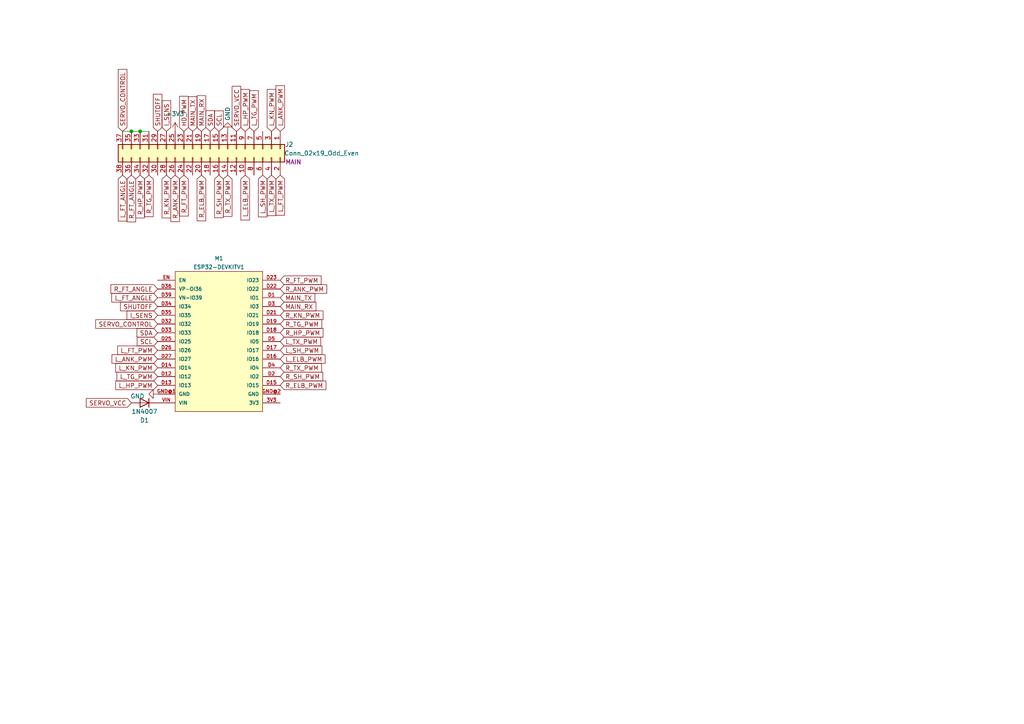
<source format=kicad_sch>
(kicad_sch (version 20230121) (generator eeschema)
  (paper "A4")
  (lib_symbols
    (symbol "Ben_modules:ESP32-DEVKITV1" (pin_names (offset 1.016))
      (property "Reference" "M" (at -7.62 22.86 0))
      (property "Value" "ESP32-DEVKITV1" (at -12.7 20.955 0))
      (symbol "ESP32-DEVKITV1_1_1"
        (rectangle (start -17.78 20.32) (end 7.62 -20.32) (fill (type background)))
        (pin bidirectional line (at 12.7 -17.78 180) (length 5.08) (name "3V3") (number "3V3"))
        (pin bidirectional line (at 12.7 12.7 180) (length 5.08) (name "IO1") (number "D1"))
        (pin bidirectional line (at -22.86 -10.16 0) (length 5.08) (name "IO12") (number "D12"))
        (pin bidirectional line (at -22.86 -12.7 0) (length 5.08) (name "IO13") (number "D13"))
        (pin bidirectional line (at -22.86 -7.62 0) (length 5.08) (name "IO14") (number "D14"))
        (pin bidirectional line (at 12.7 -12.7 180) (length 5.08) (name "IO15") (number "D15"))
        (pin bidirectional line (at 12.7 -5.08 180) (length 5.08) (name "IO16") (number "D16"))
        (pin bidirectional line (at 12.7 -2.54 180) (length 5.08) (name "IO17") (number "D17"))
        (pin bidirectional line (at 12.7 2.54 180) (length 5.08) (name "IO18") (number "D18"))
        (pin bidirectional line (at 12.7 5.08 180) (length 5.08) (name "IO19") (number "D19"))
        (pin bidirectional line (at 12.7 -10.16 180) (length 5.08) (name "IO2") (number "D2"))
        (pin bidirectional line (at 12.7 7.62 180) (length 5.08) (name "IO21") (number "D21"))
        (pin bidirectional line (at 12.7 15.24 180) (length 5.08) (name "IO22") (number "D22"))
        (pin bidirectional line (at 12.7 17.78 180) (length 5.08) (name "IO23") (number "D23"))
        (pin bidirectional line (at -22.86 0 0) (length 5.08) (name "IO25") (number "D25"))
        (pin bidirectional line (at -22.86 -2.54 0) (length 5.08) (name "IO26") (number "D26"))
        (pin bidirectional line (at -22.86 -5.08 0) (length 5.08) (name "IO27") (number "D27"))
        (pin bidirectional line (at 12.7 10.16 180) (length 5.08) (name "IO3") (number "D3"))
        (pin bidirectional line (at -22.86 5.08 0) (length 5.08) (name "IO32") (number "D32"))
        (pin bidirectional line (at -22.86 2.54 0) (length 5.08) (name "IO33") (number "D33"))
        (pin bidirectional line (at -22.86 10.16 0) (length 5.08) (name "IO34") (number "D34"))
        (pin bidirectional line (at -22.86 7.62 0) (length 5.08) (name "IO35") (number "D35"))
        (pin bidirectional line (at -22.86 15.24 0) (length 5.08) (name "VP-OI36") (number "D36"))
        (pin bidirectional line (at -22.86 12.7 0) (length 5.08) (name "VN-IO39") (number "D39"))
        (pin bidirectional line (at 12.7 -7.62 180) (length 5.08) (name "IO4") (number "D4"))
        (pin bidirectional line (at 12.7 0 180) (length 5.08) (name "IO5") (number "D5"))
        (pin bidirectional line (at -22.86 17.78 0) (length 5.08) (name "EN") (number "EN"))
        (pin bidirectional line (at -22.86 -15.24 0) (length 5.08) (name "GND") (number "GND@1"))
        (pin bidirectional line (at 12.7 -15.24 180) (length 5.08) (name "GND") (number "GND@2"))
        (pin bidirectional line (at -22.86 -17.78 0) (length 5.08) (name "VIN") (number "VIN"))
      )
    )
    (symbol "Connector_Generic:Conn_02x19_Odd_Even" (pin_names (offset 1.016) hide)
      (property "Reference" "J" (at 1.27 25.4 0))
      (property "Value" "Conn_02x19_Odd_Even" (at 1.27 -25.4 0))
      (symbol "Conn_02x19_Odd_Even_1_1"
        (rectangle (start -1.27 -22.733) (end 0 -22.987) (stroke (width 0.1524)))
        (rectangle (start -1.27 -20.193) (end 0 -20.447) (stroke (width 0.1524)))
        (rectangle (start -1.27 -17.653) (end 0 -17.907) (stroke (width 0.1524)))
        (rectangle (start -1.27 -15.113) (end 0 -15.367) (stroke (width 0.1524)))
        (rectangle (start -1.27 -12.573) (end 0 -12.827) (stroke (width 0.1524)))
        (rectangle (start -1.27 -10.033) (end 0 -10.287) (stroke (width 0.1524)))
        (rectangle (start -1.27 -7.493) (end 0 -7.747) (stroke (width 0.1524)))
        (rectangle (start -1.27 -4.953) (end 0 -5.207) (stroke (width 0.1524)))
        (rectangle (start -1.27 -2.413) (end 0 -2.667) (stroke (width 0.1524)))
        (rectangle (start -1.27 0.127) (end 0 -0.127) (stroke (width 0.1524)))
        (rectangle (start -1.27 2.667) (end 0 2.413) (stroke (width 0.1524)))
        (rectangle (start -1.27 5.207) (end 0 4.953) (stroke (width 0.1524)))
        (rectangle (start -1.27 7.747) (end 0 7.493) (stroke (width 0.1524)))
        (rectangle (start -1.27 10.287) (end 0 10.033) (stroke (width 0.1524)))
        (rectangle (start -1.27 12.827) (end 0 12.573) (stroke (width 0.1524)))
        (rectangle (start -1.27 15.367) (end 0 15.113) (stroke (width 0.1524)))
        (rectangle (start -1.27 17.907) (end 0 17.653) (stroke (width 0.1524)))
        (rectangle (start -1.27 20.447) (end 0 20.193) (stroke (width 0.1524)))
        (rectangle (start -1.27 22.987) (end 0 22.733) (stroke (width 0.1524)))
        (rectangle (start -1.27 24.13) (end 3.81 -24.13) (stroke (width 0.254)) (fill (type background)))
        (rectangle (start 3.81 -22.733) (end 2.54 -22.987) (stroke (width 0.1524)))
        (rectangle (start 3.81 -20.193) (end 2.54 -20.447) (stroke (width 0.1524)))
        (rectangle (start 3.81 -17.653) (end 2.54 -17.907) (stroke (width 0.1524)))
        (rectangle (start 3.81 -15.113) (end 2.54 -15.367) (stroke (width 0.1524)))
        (rectangle (start 3.81 -12.573) (end 2.54 -12.827) (stroke (width 0.1524)))
        (rectangle (start 3.81 -10.033) (end 2.54 -10.287) (stroke (width 0.1524)))
        (rectangle (start 3.81 -7.493) (end 2.54 -7.747) (stroke (width 0.1524)))
        (rectangle (start 3.81 -4.953) (end 2.54 -5.207) (stroke (width 0.1524)))
        (rectangle (start 3.81 -2.413) (end 2.54 -2.667) (stroke (width 0.1524)))
        (rectangle (start 3.81 0.127) (end 2.54 -0.127) (stroke (width 0.1524)))
        (rectangle (start 3.81 2.667) (end 2.54 2.413) (stroke (width 0.1524)))
        (rectangle (start 3.81 5.207) (end 2.54 4.953) (stroke (width 0.1524)))
        (rectangle (start 3.81 7.747) (end 2.54 7.493) (stroke (width 0.1524)))
        (rectangle (start 3.81 10.287) (end 2.54 10.033) (stroke (width 0.1524)))
        (rectangle (start 3.81 12.827) (end 2.54 12.573) (stroke (width 0.1524)))
        (rectangle (start 3.81 15.367) (end 2.54 15.113) (stroke (width 0.1524)))
        (rectangle (start 3.81 17.907) (end 2.54 17.653) (stroke (width 0.1524)))
        (rectangle (start 3.81 20.447) (end 2.54 20.193) (stroke (width 0.1524)))
        (rectangle (start 3.81 22.987) (end 2.54 22.733) (stroke (width 0.1524)))
        (pin passive line (at -5.08 22.86 0) (length 3.81) (name "Pin_1") (number "1"))
        (pin passive line (at 7.62 12.7 180) (length 3.81) (name "Pin_10") (number "10"))
        (pin passive line (at -5.08 10.16 0) (length 3.81) (name "Pin_11") (number "11"))
        (pin passive line (at 7.62 10.16 180) (length 3.81) (name "Pin_12") (number "12"))
        (pin passive line (at -5.08 7.62 0) (length 3.81) (name "Pin_13") (number "13"))
        (pin passive line (at 7.62 7.62 180) (length 3.81) (name "Pin_14") (number "14"))
        (pin passive line (at -5.08 5.08 0) (length 3.81) (name "Pin_15") (number "15"))
        (pin passive line (at 7.62 5.08 180) (length 3.81) (name "Pin_16") (number "16"))
        (pin passive line (at -5.08 2.54 0) (length 3.81) (name "Pin_17") (number "17"))
        (pin passive line (at 7.62 2.54 180) (length 3.81) (name "Pin_18") (number "18"))
        (pin passive line (at -5.08 0 0) (length 3.81) (name "Pin_19") (number "19"))
        (pin passive line (at 7.62 22.86 180) (length 3.81) (name "Pin_2") (number "2"))
        (pin passive line (at 7.62 0 180) (length 3.81) (name "Pin_20") (number "20"))
        (pin passive line (at -5.08 -2.54 0) (length 3.81) (name "Pin_21") (number "21"))
        (pin passive line (at 7.62 -2.54 180) (length 3.81) (name "Pin_22") (number "22"))
        (pin passive line (at -5.08 -5.08 0) (length 3.81) (name "Pin_23") (number "23"))
        (pin passive line (at 7.62 -5.08 180) (length 3.81) (name "Pin_24") (number "24"))
        (pin passive line (at -5.08 -7.62 0) (length 3.81) (name "Pin_25") (number "25"))
        (pin passive line (at 7.62 -7.62 180) (length 3.81) (name "Pin_26") (number "26"))
        (pin passive line (at -5.08 -10.16 0) (length 3.81) (name "Pin_27") (number "27"))
        (pin passive line (at 7.62 -10.16 180) (length 3.81) (name "Pin_28") (number "28"))
        (pin passive line (at -5.08 -12.7 0) (length 3.81) (name "Pin_29") (number "29"))
        (pin passive line (at -5.08 20.32 0) (length 3.81) (name "Pin_3") (number "3"))
        (pin passive line (at 7.62 -12.7 180) (length 3.81) (name "Pin_30") (number "30"))
        (pin passive line (at -5.08 -15.24 0) (length 3.81) (name "Pin_31") (number "31"))
        (pin passive line (at 7.62 -15.24 180) (length 3.81) (name "Pin_32") (number "32"))
        (pin passive line (at -5.08 -17.78 0) (length 3.81) (name "Pin_33") (number "33"))
        (pin passive line (at 7.62 -17.78 180) (length 3.81) (name "Pin_34") (number "34"))
        (pin passive line (at -5.08 -20.32 0) (length 3.81) (name "Pin_35") (number "35"))
        (pin passive line (at 7.62 -20.32 180) (length 3.81) (name "Pin_36") (number "36"))
        (pin passive line (at -5.08 -22.86 0) (length 3.81) (name "Pin_37") (number "37"))
        (pin passive line (at 7.62 -22.86 180) (length 3.81) (name "Pin_38") (number "38"))
        (pin passive line (at 7.62 20.32 180) (length 3.81) (name "Pin_4") (number "4"))
        (pin passive line (at -5.08 17.78 0) (length 3.81) (name "Pin_5") (number "5"))
        (pin passive line (at 7.62 17.78 180) (length 3.81) (name "Pin_6") (number "6"))
        (pin passive line (at -5.08 15.24 0) (length 3.81) (name "Pin_7") (number "7"))
        (pin passive line (at 7.62 15.24 180) (length 3.81) (name "Pin_8") (number "8"))
        (pin passive line (at -5.08 12.7 0) (length 3.81) (name "Pin_9") (number "9"))
      )
    )
    (symbol "Diode:1N4007" (pin_numbers hide) (pin_names hide)
      (property "Reference" "D" (at 0 2.54 0))
      (property "Value" "1N4007" (at 0 -2.54 0))
      (symbol "1N4007_0_1"
        (polyline (pts (xy -1.27 1.27) (xy -1.27 -1.27)) (stroke (width 0.254)))
        (polyline (pts (xy 1.27 0) (xy -1.27 0)))
        (polyline (pts (xy 1.27 1.27) (xy 1.27 -1.27) (xy -1.27 0) (xy 1.27 1.27)) (stroke (width 0.254)))
      )
      (symbol "1N4007_1_1"
        (pin passive line (at -3.81 0 0) (length 2.54) (name "K") (number "1"))
        (pin passive line (at 3.81 0 180) (length 2.54) (name "A") (number "2"))
      )
    )
    (symbol "power:+3V3" (power) (pin_names (offset 0))
      (property "Value" "+3V3" (at 0 3.556 0))
      (symbol "+3V3_0_1"
        (polyline (pts (xy -0.762 1.27) (xy 0 2.54)))
        (polyline (pts (xy 0 0) (xy 0 2.54)))
        (polyline (pts (xy 0 2.54) (xy 0.762 1.27)))
      )
      (symbol "+3V3_1_1"
        (pin power_in line (at 0 0 90) (length 0) hide (name "+3V3") (number "1"))
      )
    )
    (symbol "power:GND" (power) (pin_names (offset 0))
      (property "Value" "GND" (at 0 -3.81 0))
      (symbol "GND_0_1"
        (polyline (pts (xy 0 0) (xy 0 -1.27) (xy 1.27 -1.27) (xy 0 -2.54) (xy -1.27 -1.27) (xy 0 -1.27)))
      )
      (symbol "GND_1_1"
        (pin power_in line (at 0 0 270) (length 0) hide (name "GND") (number "1"))
      )
    )
  )
  (junction (at 40.64 38.1))
  (junction (at 38.1 38.1))
  (wire (pts (xy 40.64 38.1) (xy 43.18 38.1)))
  (wire (pts (xy 38.1 38.1) (xy 40.64 38.1)))
  (wire (pts (xy 35.56 38.1) (xy 38.1 38.1)))
  (global_label "SHUTOFF" (shape input) (at 45.72 38.1 90) (property "Intersheetrefs" "${INTERSHEET_REFS}" (effects hide)))
  (global_label "R_ELB_PWM" (shape input) (at 81.28 111.76 0) (property "Intersheetrefs" "${INTERSHEET_REFS}" (effects hide)))
  (global_label "L_ANK_PWM" (shape input) (at 45.72 104.14 180) (property "Intersheetrefs" "${INTERSHEET_REFS}" (effects hide)))
  (global_label "R_TX_PWM" (shape input) (at 81.28 106.68 0) (property "Intersheetrefs" "${INTERSHEET_REFS}" (effects hide)))
  (global_label "SCL" (shape input) (at 63.5 38.1 90) (property "Intersheetrefs" "${INTERSHEET_REFS}" (effects hide)))
  (global_label "L_TX_PWM" (shape input) (at 78.74 50.8 270) (property "Intersheetrefs" "${INTERSHEET_REFS}" (effects hide)))
  (global_label "R_KN_PWM" (shape input) (at 48.26 50.8 270) (property "Intersheetrefs" "${INTERSHEET_REFS}" (effects hide)))
  (global_label "SERVO_CONTROL" (shape input) (at 35.56 38.1 90) (property "Intersheetrefs" "${INTERSHEET_REFS}" (effects hide)))
  (global_label "L_ELB_PWM" (shape input) (at 71.12 50.8 270) (property "Intersheetrefs" "${INTERSHEET_REFS}" (effects hide)))
  (global_label "R_FT_PWM" (shape input) (at 81.28 81.28 0) (property "Intersheetrefs" "${INTERSHEET_REFS}" (effects hide)))
  (global_label "R_FT_ANGLE" (shape input) (at 45.72 83.82 180) (property "Intersheetrefs" "${INTERSHEET_REFS}" (effects hide)))
  (global_label "L_FT_PWM" (shape input) (at 81.28 50.8 270) (property "Intersheetrefs" "${INTERSHEET_REFS}" (effects hide)))
  (global_label "L_TG_PWM" (shape input) (at 73.66 38.1 90) (property "Intersheetrefs" "${INTERSHEET_REFS}" (effects hide)))
  (global_label "L_SH_PWM" (shape input) (at 76.2 50.8 270) (property "Intersheetrefs" "${INTERSHEET_REFS}" (effects hide)))
  (global_label "L_FT_ANGLE" (shape input) (at 45.72 86.36 180) (property "Intersheetrefs" "${INTERSHEET_REFS}" (effects hide)))
  (global_label "L_SH_PWM" (shape input) (at 81.28 101.6 0) (property "Intersheetrefs" "${INTERSHEET_REFS}" (effects hide)))
  (global_label "I_SENS" (shape input) (at 48.26 38.1 90) (property "Intersheetrefs" "${INTERSHEET_REFS}" (effects hide)))
  (global_label "I_SENS" (shape input) (at 45.72 91.44 180) (property "Intersheetrefs" "${INTERSHEET_REFS}" (effects hide)))
  (global_label "SERVO_VCC" (shape input) (at 68.58 38.1 90) (property "Intersheetrefs" "${INTERSHEET_REFS}" (effects hide)))
  (global_label "MAIN_TX" (shape input) (at 81.28 86.36 0) (property "Intersheetrefs" "${INTERSHEET_REFS}" (effects hide)))
  (global_label "SCL" (shape input) (at 45.72 99.06 180) (property "Intersheetrefs" "${INTERSHEET_REFS}" (effects hide)))
  (global_label "SDA" (shape input) (at 60.96 38.1 90) (property "Intersheetrefs" "${INTERSHEET_REFS}" (effects hide)))
  (global_label "R_ANK_PWM" (shape input) (at 50.8 50.8 270) (property "Intersheetrefs" "${INTERSHEET_REFS}" (effects hide)))
  (global_label "L_HP_PWM" (shape input) (at 71.12 38.1 90) (property "Intersheetrefs" "${INTERSHEET_REFS}" (effects hide)))
  (global_label "R_HP_PWM" (shape input) (at 40.64 50.8 270) (property "Intersheetrefs" "${INTERSHEET_REFS}" (effects hide)))
  (global_label "R_TG_PWM" (shape input) (at 43.18 50.8 270) (property "Intersheetrefs" "${INTERSHEET_REFS}" (effects hide)))
  (global_label "MAIN_RX" (shape input) (at 81.28 88.9 0) (property "Intersheetrefs" "${INTERSHEET_REFS}" (effects hide)))
  (global_label "MAIN_RX" (shape input) (at 58.42 38.1 90) (property "Intersheetrefs" "${INTERSHEET_REFS}" (effects hide)))
  (global_label "SHUTOFF" (shape input) (at 45.72 88.9 180) (property "Intersheetrefs" "${INTERSHEET_REFS}" (effects hide)))
  (global_label "L_KN_PWM" (shape input) (at 45.72 106.68 180) (property "Intersheetrefs" "${INTERSHEET_REFS}" (effects hide)))
  (global_label "L_HP_PWM" (shape input) (at 45.72 111.76 180) (property "Intersheetrefs" "${INTERSHEET_REFS}" (effects hide)))
  (global_label "L_TG_PWM" (shape input) (at 45.72 109.22 180) (property "Intersheetrefs" "${INTERSHEET_REFS}" (effects hide)))
  (global_label "L_KN_PWM" (shape input) (at 78.74 38.1 90) (property "Intersheetrefs" "${INTERSHEET_REFS}" (effects hide)))
  (global_label "R_KN_PWM" (shape input) (at 81.28 91.44 0) (property "Intersheetrefs" "${INTERSHEET_REFS}" (effects hide)))
  (global_label "R_SH_PWM" (shape input) (at 81.28 109.22 0) (property "Intersheetrefs" "${INTERSHEET_REFS}" (effects hide)))
  (global_label "MAIN_TX" (shape input) (at 55.88 38.1 90) (property "Intersheetrefs" "${INTERSHEET_REFS}" (effects hide)))
  (global_label "L_TX_PWM" (shape input) (at 81.28 99.06 0) (property "Intersheetrefs" "${INTERSHEET_REFS}" (effects hide)))
  (global_label "L_ELB_PWM" (shape input) (at 81.28 104.14 0) (property "Intersheetrefs" "${INTERSHEET_REFS}" (effects hide)))
  (global_label "SDA" (shape input) (at 45.72 96.52 180) (property "Intersheetrefs" "${INTERSHEET_REFS}" (effects hide)))
  (global_label "R_TX_PWM" (shape input) (at 66.04 50.8 270) (property "Intersheetrefs" "${INTERSHEET_REFS}" (effects hide)))
  (global_label "SERVO_CONTROL" (shape input) (at 45.72 93.98 180) (property "Intersheetrefs" "${INTERSHEET_REFS}" (effects hide)))
  (global_label "R_FT_PWM" (shape input) (at 53.34 50.8 270) (property "Intersheetrefs" "${INTERSHEET_REFS}" (effects hide)))
  (global_label "R_FT_ANGLE" (shape input) (at 38.1 50.8 270) (property "Intersheetrefs" "${INTERSHEET_REFS}" (effects hide)))
  (global_label "L_FT_ANGLE" (shape input) (at 35.56 50.8 270) (property "Intersheetrefs" "${INTERSHEET_REFS}" (effects hide)))
  (global_label "R_ELB_PWM" (shape input) (at 58.42 50.8 270) (property "Intersheetrefs" "${INTERSHEET_REFS}" (effects hide)))
  (global_label "R_HP_PWM" (shape input) (at 81.28 96.52 0) (property "Intersheetrefs" "${INTERSHEET_REFS}" (effects hide)))
  (global_label "R_ANK_PWM" (shape input) (at 81.28 83.82 0) (property "Intersheetrefs" "${INTERSHEET_REFS}" (effects hide)))
  (global_label "R_TG_PWM" (shape input) (at 81.28 93.98 0) (property "Intersheetrefs" "${INTERSHEET_REFS}" (effects hide)))
  (global_label "L_FT_PWM" (shape input) (at 45.72 101.6 180) (property "Intersheetrefs" "${INTERSHEET_REFS}" (effects hide)))
  (global_label "HD_PWM" (shape input) (at 53.34 38.1 90) (property "Intersheetrefs" "${INTERSHEET_REFS}" (effects hide)))
  (global_label "L_ANK_PWM" (shape input) (at 81.28 38.1 90) (property "Intersheetrefs" "${INTERSHEET_REFS}" (effects hide)))
  (global_label "SERVO_VCC" (shape input) (at 38.1 116.84 180) (property "Intersheetrefs" "${INTERSHEET_REFS}" (effects hide)))
  (global_label "R_SH_PWM" (shape input) (at 63.5 50.8 270) (property "Intersheetrefs" "${INTERSHEET_REFS}" (effects hide)))
  (symbol (lib_id "power:+3V3") (at 50.8 38.1 0) (unit 1)
    (property "Reference" "#PWR04" (effects hide))
    (property "Value" "+3V3" (at 50.8 33.02 0))
  )
  (symbol (lib_id "Diode:1N4007") (at 41.91 116.84 180) (unit 1)
    (property "Reference" "D1" (at 41.91 121.92 0))
    (property "Value" "1N4007" (at 41.91 119.38 0))
    (property "Footprint" "Diode_THT:D_DO-41_SOD81_P10.16mm_Horizontal" (effects hide))
    (property "Datasheet" "http://www.vishay.com/docs/88503/1n4001.pdf" (effects hide))
    (property "Sim.Device" "D" (effects hide))
    (property "Sim.Pins" "1=K 2=A" (effects hide))
  )
  (symbol (lib_id "power:GND") (at 66.04 38.1 180) (unit 1)
    (property "Reference" "#PWR0109" (effects hide))
    (property "Value" "GND" (at 66.04 33.02 90))
  )
  (symbol (lib_id "Ben_modules:ESP32-DEVKITV1") (at 68.58 99.06 0) (unit 1)
    (property "Reference" "M1" (at 63.5 74.93 0) (effects (font (size 1.143 1.143))))
    (property "Value" "ESP32-DEVKITV1" (at 63.5 77.47 0) (effects (font (size 1.143 1.143))))
    (property "Footprint" "Ben_modules:ESP32-DEVKITV1" (effects hide))
  )
  (symbol (lib_id "power:GND") (at 45.72 114.3 270) (unit 1)
    (property "Reference" "#PWR01" (effects hide))
    (property "Value" "GND" (at 41.91 114.935 90) (effects (justify right)))
  )
  (symbol (lib_id "Connector_Generic:Conn_02x19_Odd_Even") (at 58.42 43.18 270) (unit 1)
    (property "Reference" "J2" (at 85.09 41.91 90) (effects (justify right)))
    (property "Value" "Conn_02x19_Odd_Even" (at 104.14 44.45 90) (effects (justify right)))
    (property "Footprint" "Connector_PinHeader_2.54mm:PinHeader_2x19_P2.54mm_Horizontal" (effects hide))
    (property "Alias" "MAIN" (at 85.09 46.99 90))
  )
)
</source>
